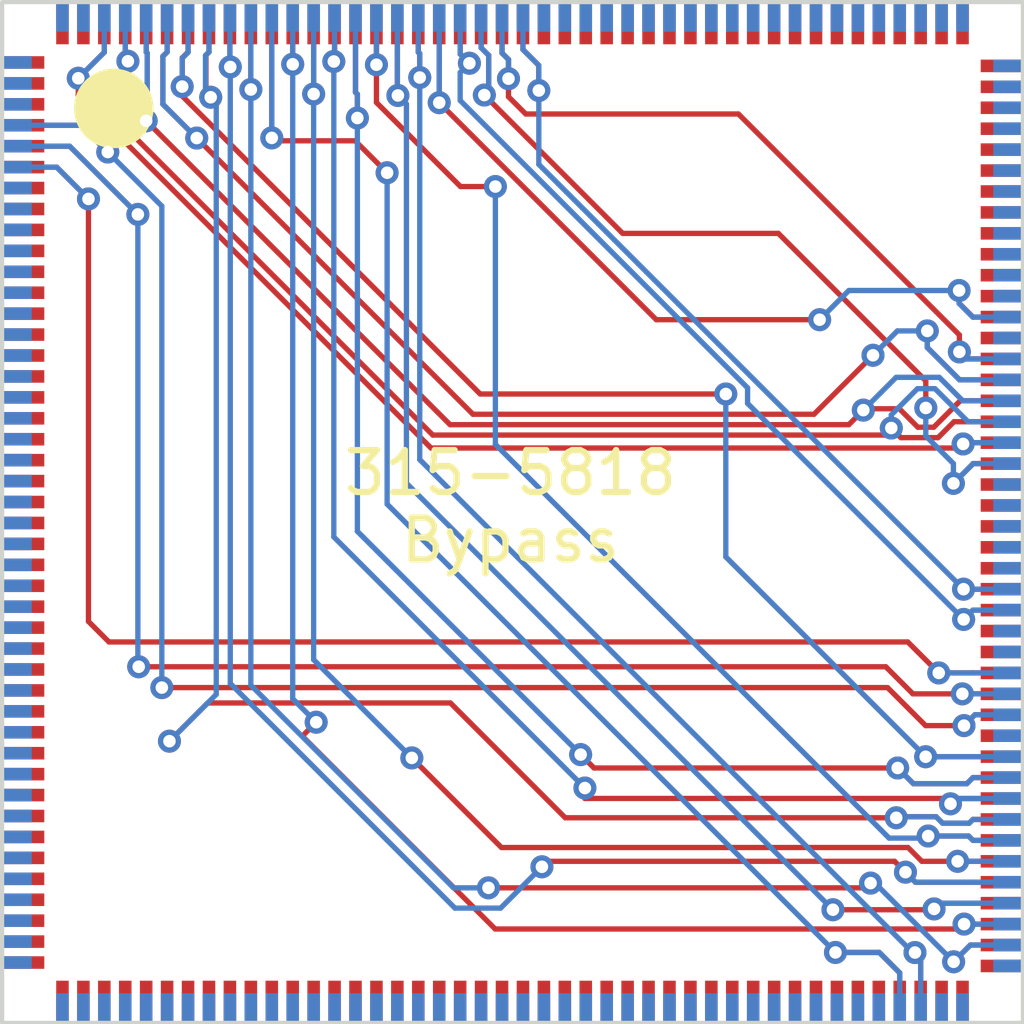
<source format=kicad_pcb>
(kicad_pcb (version 20241229) (generator "pcbnew") (generator_version "9.0")
  (layers (0 "F.Cu" signal) (2 "B.Cu" signal) (13 "F.Paste" user) (15 "B.Paste" user) (5 "F.SilkS" user "F.Silkscreen") (7 "B.SilkS" user "B.Silkscreen") (1 "F.Mask" user) (3 "B.Mask" user) (25 "Edge.Cuts" user))
  (net 0 "")
  (net 2 "VA19")
  (net 3 "VA20")
  (net 4 "VA21")
  (net 15 "VD7")
  (net 16 "VD0")
  (net 17 "VD8")
  (net 18 "VD6")
  (net 19 "VD1")
  (net 20 "VD9")
  (net 21 "VD5")
  (net 22 "VD2")
  (net 23 "VD10")
  (net 24 "VD4")
  (net 25 "VD3")
  (net 26 "VD11")
  (net 28 "~{CCAS0}")
  (net 29 "~{CCE0}")
  (net 32 "~{CCAS2}")
  (net 33 "VD15")
  (net 34 "VD14")
  (net 35 "VD13")
  (net 36 "VD12")
  (net 37 "~{CASEL}")
  (net 38 "~{CLWR}")
  (footprint "32xLibs:315-5818" (layer "F.Cu") (at 137.1288 88.9504)
    (property "Reference" "IC1" (hide yes))
    (property "Value" "315-5818" (hide yes))
    (fp_rect (start -12.192 -12.192) (end 12.192 12.192) (stroke (width 0.1)) (fill no) (layer "Edge.Cuts"))
  )
  (gr_text "315-5818\nBypass" (at 137.08 90.2 0) (layer "F.SilkS") (effects (font (size 1 1)) (justify bottom)))
  (segment (start 125.4448 79.7004) (end 126.13 79.7004) (width 0.127) (layer "F.Cu") (net 2))
  (segment (start 146.9962 94.041) (end 147.9141 94.041) (width 0.127) (layer "F.Cu") (net 2))
  (segment (start 146.0882 93.133) (end 146.9962 94.041) (width 0.127) (layer "F.Cu") (net 2))
  (segment (start 148.1727 93.7824) (end 147.9141 94.041) (width 0.127) (layer "F.Cu") (net 2))
  (segment (start 127.4609 80.3401) (end 126.8212 79.7004) (width 0.127) (layer "F.Cu") (net 2))
  (segment (start 126.8212 79.7004) (end 126.13 79.7004) (width 0.127) (layer "F.Cu") (net 2))
  (segment (start 148.8128 93.7824) (end 148.1727 93.7824) (width 0.127) (layer "F.Cu") (net 2))
  (segment (start 128.7524 93.133) (end 146.0882 93.133) (width 0.127) (layer "F.Cu") (net 2))
  (via (at 147.9141 94.041) (size 0.55) (drill 0.3) (layers "F.Cu" "B.Cu") (net 2))
  (via (at 127.4609 80.3401) (size 0.55) (drill 0.3) (layers "F.Cu" "B.Cu") (net 2))
  (via (at 128.7524 93.133) (size 0.55) (drill 0.3) (layers "F.Cu" "B.Cu") (net 2))
  (segment (start 126.8212 79.7004) (end 126.13 79.7004) (width 0.127) (layer "B.Cu") (net 2))
  (segment (start 125.4448 79.7004) (end 126.13 79.7004) (width 0.127) (layer "B.Cu") (net 2))
  (segment (start 148.8128 93.7824) (end 148.1727 93.7824) (width 0.127) (layer "B.Cu") (net 2))
  (segment (start 148.1727 93.7824) (end 147.9141 94.041) (width 0.127) (layer "B.Cu") (net 2))
  (segment (start 127.4609 80.3401) (end 128.7524 81.6316) (width 0.127) (layer "B.Cu") (net 2))
  (segment (start 128.7524 81.6316) (end 128.7524 93.133) (width 0.127) (layer "B.Cu") (net 2))
  (segment (start 127.4609 80.3401) (end 126.8212 79.7004) (width 0.127) (layer "B.Cu") (net 2))
  (segment (start 126.13 80.2004) (end 125.4448 80.2004) (width 0.127) (layer "F.Cu") (net 3))
  (segment (start 126.5504 80.2004) (end 126.13 80.2004) (width 0.127) (layer "F.Cu") (net 3))
  (segment (start 128.18 81.83) (end 126.5504 80.2004) (width 0.127) (layer "F.Cu") (net 3))
  (segment (start 146.0459 92.6353) (end 146.693 93.2824) (width 0.127) (layer "F.Cu") (net 3))
  (segment (start 128.2 92.6353) (end 146.0459 92.6353) (width 0.127) (layer "F.Cu") (net 3))
  (segment (start 146.693 93.2824) (end 147.8739 93.2824) (width 0.127) (layer "F.Cu") (net 3))
  (segment (start 148.8128 93.2824) (end 147.8739 93.2824) (width 0.127) (layer "F.Cu") (net 3))
  (via (at 128.2 92.6353) (size 0.55) (drill 0.3) (layers "F.Cu" "B.Cu") (net 3))
  (via (at 147.8739 93.2824) (size 0.55) (drill 0.3) (layers "F.Cu" "B.Cu") (net 3))
  (via (at 128.18 81.83) (size 0.55) (drill 0.3) (layers "F.Cu" "B.Cu") (net 3))
  (segment (start 128.18 81.83) (end 128.18 92.6153) (width 0.127) (layer "B.Cu") (net 3))
  (segment (start 128.18 92.6153) (end 128.2 92.6353) (width 0.127) (layer "B.Cu") (net 3))
  (segment (start 126.5504 80.2004) (end 128.18 81.83) (width 0.127) (layer "B.Cu") (net 3))
  (segment (start 125.4448 80.2004) (end 126.5504 80.2004) (width 0.127) (layer "B.Cu") (net 3))
  (segment (start 148.8128 93.2824) (end 147.8739 93.2824) (width 0.127) (layer "B.Cu") (net 3))
  (segment (start 127 81.46) (end 127 91.5529) (width 0.127) (layer "F.Cu") (net 4))
  (segment (start 126.2404 80.7004) (end 127 81.46) (width 0.127) (layer "F.Cu") (net 4))
  (segment (start 125.4448 80.7004) (end 126.2404 80.7004) (width 0.127) (layer "F.Cu") (net 4))
  (segment (start 146.5712 92.0429) (end 127.49 92.0429) (width 0.127) (layer "F.Cu") (net 4))
  (segment (start 148.8128 92.7824) (end 148.1276 92.7824) (width 0.127) (layer "F.Cu") (net 4))
  (segment (start 127 91.5529) (end 127.49 92.0429) (width 0.127) (layer "F.Cu") (net 4))
  (segment (start 148.1276 92.7824) (end 147.3107 92.7824) (width 0.127) (layer "F.Cu") (net 4))
  (segment (start 147.3107 92.7824) (end 146.5712 92.0429) (width 0.127) (layer "F.Cu") (net 4))
  (via (at 147.3107 92.7824) (size 0.55) (drill 0.3) (layers "F.Cu" "B.Cu") (net 4))
  (via (at 127 81.46) (size 0.55) (drill 0.3) (layers "F.Cu" "B.Cu") (net 4))
  (segment (start 148.8128 92.7824) (end 147.3107 92.7824) (width 0.127) (layer "B.Cu") (net 4))
  (segment (start 126.2404 80.7004) (end 127 81.46) (width 0.127) (layer "B.Cu") (net 4))
  (segment (start 125.4448 80.7004) (end 126.2404 80.7004) (width 0.127) (layer "B.Cu") (net 4))
  (segment (start 133.371 80.0718) (end 134.1339 80.8347) (width 0.127) (layer "F.Cu") (net 15))
  (segment (start 131.4484 80.0718) (end 133.371 80.0718) (width 0.127) (layer "F.Cu") (net 15))
  (segment (start 131.3788 77.2664) (end 131.3788 80.0022) (width 0.127) (layer "F.Cu") (net 15))
  (segment (start 131.3788 80.0022) (end 131.4484 80.0718) (width 0.127) (layer "F.Cu") (net 15))
  (segment (start 145.8892 99.4596) (end 146.3788 99.9492) (width 0.127) (layer "F.Cu") (net 15))
  (segment (start 144.8435 99.4596) (end 145.8892 99.4596) (width 0.127) (layer "F.Cu") (net 15))
  (segment (start 146.3788 99.9492) (end 146.3788 100.6344) (width 0.127) (layer "F.Cu") (net 15))
  (via (at 144.8435 99.4596) (size 0.55) (drill 0.3) (layers "F.Cu" "B.Cu") (net 15))
  (via (at 134.1339 80.8347) (size 0.55) (drill 0.3) (layers "F.Cu" "B.Cu") (net 15))
  (via (at 131.3788 80.0022) (size 0.55) (drill 0.3) (layers "F.Cu" "B.Cu") (net 15))
  (segment (start 131.3788 77.2664) (end 131.3788 80.0022) (width 0.127) (layer "B.Cu") (net 15))
  (segment (start 146.3788 100.6344) (end 146.3788 99.9476) (width 0.127) (layer "B.Cu") (net 15))
  (segment (start 134.1339 80.8347) (end 134.1339 88.75) (width 0.127) (layer "B.Cu") (net 15))
  (segment (start 145.8908 99.4596) (end 144.8435 99.4596) (width 0.127) (layer "B.Cu") (net 15))
  (segment (start 146.3788 99.9476) (end 145.8908 99.4596) (width 0.127) (layer "B.Cu") (net 15))
  (segment (start 134.1339 88.75) (end 144.8435 99.4596) (width 0.127) (layer "B.Cu") (net 15))
  (segment (start 146.8788 99.5974) (end 146.7429 99.4615) (width 0.127) (layer "F.Cu") (net 16))
  (segment (start 134.9134 78.5605) (end 134.9134 77.992) (width 0.127) (layer "F.Cu") (net 16))
  (segment (start 134.8788 77.9574) (end 134.8788 77.2664) (width 0.127) (layer "F.Cu") (net 16))
  (segment (start 134.9134 77.992) (end 134.8788 77.9574) (width 0.127) (layer "F.Cu") (net 16))
  (segment (start 146.8788 100.6344) (end 146.8788 99.5974) (width 0.127) (layer "F.Cu") (net 16))
  (via (at 146.7429 99.4615) (size 0.55) (drill 0.3) (layers "F.Cu" "B.Cu") (net 16))
  (via (at 134.9134 78.5605) (size 0.55) (drill 0.3) (layers "F.Cu" "B.Cu") (net 16))
  (segment (start 134.8788 77.2664) (end 134.8788 77.9516) (width 0.127) (layer "B.Cu") (net 16))
  (segment (start 146.6878 99.4615) (end 134.9134 87.6871) (width 0.127) (layer "B.Cu") (net 16))
  (segment (start 146.8788 100.6344) (end 146.8788 99.5974) (width 0.127) (layer "B.Cu") (net 16))
  (segment (start 146.7429 99.4615) (end 146.6878 99.4615) (width 0.127) (layer "B.Cu") (net 16))
  (segment (start 134.8788 77.9516) (end 134.9134 77.9862) (width 0.127) (layer "B.Cu") (net 16))
  (segment (start 134.9134 77.9862) (end 134.9134 78.5605) (width 0.127) (layer "B.Cu") (net 16))
  (segment (start 146.8788 99.5974) (end 146.7429 99.4615) (width 0.127) (layer "B.Cu") (net 16))
  (segment (start 134.9134 87.6871) (end 134.9134 78.5605) (width 0.127) (layer "B.Cu") (net 16))
  (segment (start 130.8788 77.2664) (end 130.8788 78.8465) (width 0.127) (layer "F.Cu") (net 17))
  (segment (start 148.066 99.2824) (end 148.8128 99.2824) (width 0.127) (layer "F.Cu") (net 17))
  (segment (start 136.5548 97.916) (end 145.5695 97.916) (width 0.127) (layer "F.Cu") (net 17))
  (segment (start 145.5695 97.916) (end 145.6821 97.8034) (width 0.127) (layer "F.Cu") (net 17))
  (segment (start 147.666 99.6824) (end 148.066 99.2824) (width 0.127) (layer "F.Cu") (net 17))
  (via (at 130.8788 78.8465) (size 0.55) (drill 0.3) (layers "F.Cu" "B.Cu") (net 17))
  (via (at 147.666 99.6824) (size 0.55) (drill 0.3) (layers "F.Cu" "B.Cu") (net 17))
  (via (at 145.6821 97.8034) (size 0.55) (drill 0.3) (layers "F.Cu" "B.Cu") (net 17))
  (via (at 136.5548 97.916) (size 0.55) (drill 0.3) (layers "F.Cu" "B.Cu") (net 17))
  (segment (start 147.666 99.6824) (end 148.066 99.2824) (width 0.127) (layer "B.Cu") (net 17))
  (segment (start 130.8788 77.2664) (end 130.8788 78.8465) (width 0.127) (layer "B.Cu") (net 17))
  (segment (start 145.787 97.8034) (end 147.666 99.6824) (width 0.127) (layer "B.Cu") (net 17))
  (segment (start 145.6821 97.8034) (end 145.787 97.8034) (width 0.127) (layer "B.Cu") (net 17))
  (segment (start 148.066 99.2824) (end 148.8128 99.2824) (width 0.127) (layer "B.Cu") (net 17))
  (segment (start 130.8788 93.076) (end 130.8788 78.8465) (width 0.127) (layer "B.Cu") (net 17))
  (segment (start 135.7188 97.916) (end 130.8788 93.076) (width 0.127) (layer "B.Cu") (net 17))
  (segment (start 136.5548 97.916) (end 135.7188 97.916) (width 0.127) (layer "B.Cu") (net 17))
  (segment (start 147.7992 98.8992) (end 147.916 98.7824) (width 0.127) (layer "F.Cu") (net 18))
  (segment (start 132.1081 94.2919) (end 132.4398 93.9602) (width 0.127) (layer "F.Cu") (net 18))
  (segment (start 131.8788 77.2664) (end 131.8788 78.2434) (width 0.127) (layer "F.Cu") (net 18))
  (segment (start 148.8128 98.7824) (end 147.916 98.7824) (width 0.127) (layer "F.Cu") (net 18))
  (segment (start 136.7154 98.8992) (end 147.7992 98.8992) (width 0.127) (layer "F.Cu") (net 18))
  (segment (start 132.1081 94.2919) (end 136.7154 98.8992) (width 0.127) (layer "F.Cu") (net 18))
  (via (at 131.8788 78.2434) (size 0.55) (drill 0.3) (layers "F.Cu" "B.Cu") (net 18))
  (via (at 147.916 98.7824) (size 0.55) (drill 0.3) (layers "F.Cu" "B.Cu") (net 18))
  (via (at 132.4398 93.9602) (size 0.55) (drill 0.3) (layers "F.Cu" "B.Cu") (net 18))
  (segment (start 131.8788 93.3992) (end 131.8788 78.2434) (width 0.127) (layer "B.Cu") (net 18))
  (segment (start 132.4398 93.9602) (end 131.8788 93.3992) (width 0.127) (layer "B.Cu") (net 18))
  (segment (start 147.916 98.7824) (end 148.8128 98.7824) (width 0.127) (layer "B.Cu") (net 18))
  (segment (start 131.8788 78.2434) (end 131.8788 77.2664) (width 0.127) (layer "B.Cu") (net 18))
  (segment (start 147.1991 98.4195) (end 147.3362 98.2824) (width 0.127) (layer "F.Cu") (net 19))
  (segment (start 134.3788 78.9762) (end 134.3915 78.9889) (width 0.127) (layer "F.Cu") (net 19))
  (segment (start 147.1796 98.439) (end 144.7831 98.439) (width 0.127) (layer "F.Cu") (net 19))
  (segment (start 134.3788 77.2664) (end 134.3788 77.9516) (width 0.127) (layer "F.Cu") (net 19))
  (segment (start 134.3788 77.9516) (end 134.3788 78.9762) (width 0.127) (layer "F.Cu") (net 19))
  (segment (start 147.1991 98.4195) (end 147.1796 98.439) (width 0.127) (layer "F.Cu") (net 19))
  (segment (start 147.3362 98.2824) (end 148.8128 98.2824) (width 0.127) (layer "F.Cu") (net 19))
  (via (at 134.3915 78.9889) (size 0.55) (drill 0.3) (layers "F.Cu" "B.Cu") (net 19))
  (via (at 144.7831 98.439) (size 0.55) (drill 0.3) (layers "F.Cu" "B.Cu") (net 19))
  (via (at 147.1991 98.4195) (size 0.55) (drill 0.3) (layers "F.Cu" "B.Cu") (net 19))
  (segment (start 134.3788 78.9762) (end 134.3915 78.9889) (width 0.127) (layer "B.Cu") (net 19))
  (segment (start 147.3362 98.2824) (end 148.1276 98.2824) (width 0.127) (layer "B.Cu") (net 19))
  (segment (start 148.8128 98.2824) (end 148.1276 98.2824) (width 0.127) (layer "B.Cu") (net 19))
  (segment (start 147.1991 98.4195) (end 147.3362 98.2824) (width 0.127) (layer "B.Cu") (net 19))
  (segment (start 134.5949 88.2508) (end 134.5949 79.1923) (width 0.127) (layer "B.Cu") (net 19))
  (segment (start 134.5949 79.1923) (end 134.3915 78.9889) (width 0.127) (layer "B.Cu") (net 19))
  (segment (start 134.3788 77.2664) (end 134.3788 78.9762) (width 0.127) (layer "B.Cu") (net 19))
  (segment (start 144.7831 98.439) (end 134.5949 88.2508) (width 0.127) (layer "B.Cu") (net 19))
  (segment (start 146.5155 97.5421) (end 146.2558 97.2824) (width 0.127) (layer "F.Cu") (net 20))
  (segment (start 137.9624 97.2824) (end 137.8315 97.4133) (width 0.127) (layer "F.Cu") (net 20))
  (segment (start 146.2558 97.2824) (end 137.9624 97.2824) (width 0.127) (layer "F.Cu") (net 20))
  (segment (start 130.3788 78.2322) (end 130.3788 77.2664) (width 0.127) (layer "F.Cu") (net 20))
  (segment (start 146.5155 97.5421) (end 146.7558 97.7824) (width 0.127) (layer "F.Cu") (net 20))
  (segment (start 146.7558 97.7824) (end 148.8128 97.7824) (width 0.127) (layer "F.Cu") (net 20))
  (via (at 130.3875 78.3082) (size 0.55) (drill 0.3) (layers "F.Cu" "B.Cu") (net 20))
  (via (at 146.5155 97.5421) (size 0.55) (drill 0.3) (layers "F.Cu" "B.Cu") (net 20))
  (via (at 137.8315 97.4133) (size 0.55) (drill 0.3) (layers "F.Cu" "B.Cu") (net 20))
  (segment (start 136.8444 98.4004) (end 137.8315 97.4133) (width 0.127) (layer "B.Cu") (net 20))
  (segment (start 130.3875 78.3082) (end 130.3875 93.0341) (width 0.127) (layer "B.Cu") (net 20))
  (segment (start 130.3875 93.0341) (end 135.7538 98.4004) (width 0.127) (layer "B.Cu") (net 20))
  (segment (start 146.7558 97.7824) (end 146.5155 97.5421) (width 0.127) (layer "B.Cu") (net 20))
  (segment (start 148.8128 97.7824) (end 146.7558 97.7824) (width 0.127) (layer "B.Cu") (net 20))
  (segment (start 130.3788 78.2995) (end 130.3788 77.2664) (width 0.127) (layer "B.Cu") (net 20))
  (segment (start 135.7538 98.4004) (end 136.8444 98.4004) (width 0.127) (layer "B.Cu") (net 20))
  (segment (start 146.5774 96.9531) (end 136.8649 96.9531) (width 0.127) (layer "F.Cu") (net 21))
  (segment (start 132.3788 78.9538) (end 132.3788 77.9516) (width 0.127) (layer "F.Cu") (net 21))
  (segment (start 136.8649 96.9531) (end 134.7241 94.8123) (width 0.127) (layer "F.Cu") (net 21))
  (segment (start 147.7614 97.2824) (end 146.9067 97.2824) (width 0.127) (layer "F.Cu") (net 21))
  (segment (start 148.1276 97.2824) (end 147.7614 97.2824) (width 0.127) (layer "F.Cu") (net 21))
  (segment (start 146.9067 97.2824) (end 146.5774 96.9531) (width 0.127) (layer "F.Cu") (net 21))
  (segment (start 148.8128 97.2824) (end 148.1276 97.2824) (width 0.127) (layer "F.Cu") (net 21))
  (segment (start 132.3788 77.2664) (end 132.3788 77.9516) (width 0.127) (layer "F.Cu") (net 21))
  (via (at 147.7614 97.2824) (size 0.55) (drill 0.3) (layers "F.Cu" "B.Cu") (net 21))
  (via (at 134.7241 94.8123) (size 0.55) (drill 0.3) (layers "F.Cu" "B.Cu") (net 21))
  (via (at 132.3788 78.9538) (size 0.55) (drill 0.3) (layers "F.Cu" "B.Cu") (net 21))
  (segment (start 148.8128 97.2824) (end 148.1276 97.2824) (width 0.127) (layer "B.Cu") (net 21))
  (segment (start 132.3788 77.2664) (end 132.3788 78.9538) (width 0.127) (layer "B.Cu") (net 21))
  (segment (start 132.3788 78.9538) (end 132.3788 92.467) (width 0.127) (layer "B.Cu") (net 21))
  (segment (start 148.1276 97.2824) (end 147.7614 97.2824) (width 0.127) (layer "B.Cu") (net 21))
  (segment (start 132.3788 92.467) (end 134.7241 94.8123) (width 0.127) (layer "B.Cu") (net 21))
  (segment (start 136.7198 81.1644) (end 135.8867 81.1644) (width 0.127) (layer "F.Cu") (net 22))
  (segment (start 135.8867 81.1644) (end 133.8788 79.1565) (width 0.127) (layer "F.Cu") (net 22))
  (segment (start 148.0237 96.6785) (end 147.0583 96.6785) (width 0.127) (layer "F.Cu") (net 22))
  (segment (start 148.1276 96.7824) (end 148.0237 96.6785) (width 0.127) (layer "F.Cu") (net 22))
  (segment (start 147.0583 96.6785) (end 147.0583 96.6784) (width 0.127) (layer "F.Cu") (net 22))
  (segment (start 133.8788 79.1565) (end 133.8788 78.2545) (width 0.127) (layer "F.Cu") (net 22))
  (segment (start 133.8788 77.2664) (end 133.8788 78.2545) (width 0.127) (layer "F.Cu") (net 22))
  (segment (start 148.8128 96.7824) (end 148.1276 96.7824) (width 0.127) (layer "F.Cu") (net 22))
  (via (at 147.0583 96.6784) (size 0.55) (drill 0.3) (layers "F.Cu" "B.Cu") (net 22))
  (via (at 136.7198 81.1644) (size 0.55) (drill 0.3) (layers "F.Cu" "B.Cu") (net 22))
  (via (at 133.8788 78.2545) (size 0.55) (drill 0.3) (layers "F.Cu" "B.Cu") (net 22))
  (segment (start 133.8788 77.2664) (end 133.8788 78.2545) (width 0.127) (layer "B.Cu") (net 22))
  (segment (start 146.1251 96.7284) (end 136.7198 87.3231) (width 0.127) (layer "B.Cu") (net 22))
  (segment (start 147.0083 96.7284) (end 146.1251 96.7284) (width 0.127) (layer "B.Cu") (net 22))
  (segment (start 148.1276 96.7824) (end 148.0236 96.6784) (width 0.127) (layer "B.Cu") (net 22))
  (segment (start 147.0583 96.6784) (end 147.0083 96.7284) (width 0.127) (layer "B.Cu") (net 22))
  (segment (start 136.7198 87.3231) (end 136.7198 81.1644) (width 0.127) (layer "B.Cu") (net 22))
  (segment (start 148.0236 96.6784) (end 147.0583 96.6784) (width 0.127) (layer "B.Cu") (net 22))
  (segment (start 148.8128 96.7824) (end 148.1276 96.7824) (width 0.127) (layer "B.Cu") (net 22))
  (segment (start 147.4015 96.3707) (end 147.249 96.2182) (width 0.127) (layer "F.Cu") (net 23))
  (segment (start 129.8474 93.5) (end 128.9344 94.413) (width 0.127) (layer "F.Cu") (net 23))
  (segment (start 148.8128 96.2824) (end 148.1276 96.2824) (width 0.127) (layer "F.Cu") (net 23))
  (segment (start 148.0393 96.3707) (end 147.4015 96.3707) (width 0.127) (layer "F.Cu") (net 23))
  (segment (start 146.3215 96.2182) (end 146.2956 96.2441) (width 0.127) (layer "F.Cu") (net 23))
  (segment (start 129.8788 77.9516) (end 129.8066 78.0238) (width 0.127) (layer "F.Cu") (net 23))
  (segment (start 129.8066 78.9181) (end 129.9199 79.0314) (width 0.127) (layer "F.Cu") (net 23))
  (segment (start 135.6466 93.5) (end 129.8474 93.5) (width 0.127) (layer "F.Cu") (net 23))
  (segment (start 147.249 96.2182) (end 146.3215 96.2182) (width 0.127) (layer "F.Cu") (net 23))
  (segment (start 129.8066 78.0238) (end 129.8066 78.9181) (width 0.127) (layer "F.Cu") (net 23))
  (segment (start 146.2956 96.2425) (end 138.3891 96.2425) (width 0.127) (layer "F.Cu") (net 23))
  (segment (start 146.2956 96.2441) (end 146.2956 96.2425) (width 0.127) (layer "F.Cu") (net 23))
  (segment (start 148.1276 96.2824) (end 148.0393 96.3707) (width 0.127) (layer "F.Cu") (net 23))
  (segment (start 129.8788 77.2664) (end 129.8788 77.9516) (width 0.127) (layer "F.Cu") (net 23))
  (segment (start 138.3891 96.2425) (end 135.6466 93.5) (width 0.127) (layer "F.Cu") (net 23))
  (via (at 129.9199 79.0314) (size 0.55) (drill 0.3) (layers "F.Cu" "B.Cu") (net 23))
  (via (at 146.2956 96.2425) (size 0.55) (drill 0.3) (layers "F.Cu" "B.Cu") (net 23))
  (via (at 128.9344 94.413) (size 0.55) (drill 0.3) (layers "F.Cu" "B.Cu") (net 23))
  (segment (start 129.7956 78.9071) (end 129.7956 78.0348) (width 0.127) (layer "B.Cu") (net 23))
  (segment (start 129.7956 78.0348) (end 129.8788 77.9516) (width 0.127) (layer "B.Cu") (net 23))
  (segment (start 148.0393 96.3707) (end 147.4015 96.3707) (width 0.127) (layer "B.Cu") (net 23))
  (segment (start 147.249 96.2182) (end 146.3215 96.2182) (width 0.127) (layer "B.Cu") (net 23))
  (segment (start 148.1276 96.2824) (end 148.0393 96.3707) (width 0.127) (layer "B.Cu") (net 23))
  (segment (start 130.0523 79.1638) (end 130.0523 93.2951) (width 0.127) (layer "B.Cu") (net 23))
  (segment (start 148.8128 96.2824) (end 148.1276 96.2824) (width 0.127) (layer "B.Cu") (net 23))
  (segment (start 129.9199 79.0314) (end 130.0523 79.1638) (width 0.127) (layer "B.Cu") (net 23))
  (segment (start 129.8788 77.2664) (end 129.8788 77.9516) (width 0.127) (layer "B.Cu") (net 23))
  (segment (start 146.2956 96.2441) (end 146.2956 96.2425) (width 0.127) (layer "B.Cu") (net 23))
  (segment (start 129.9199 79.0314) (end 129.7956 78.9071) (width 0.127) (layer "B.Cu") (net 23))
  (segment (start 146.3215 96.2182) (end 146.2956 96.2441) (width 0.127) (layer "B.Cu") (net 23))
  (segment (start 130.0523 93.2951) (end 128.9344 94.413) (width 0.127) (layer "B.Cu") (net 23))
  (segment (start 147.4015 96.3707) (end 147.249 96.2182) (width 0.127) (layer "B.Cu") (net 23))
  (segment (start 138.8584 95.5324) (end 138.8584 95.7809) (width 0.127) (layer "F.Cu") (net 24))
  (segment (start 148.8128 95.7824) (end 148.1276 95.7824) (width 0.127) (layer "F.Cu") (net 24))
  (segment (start 148.1276 95.7824) (end 147.591 95.7824) (width 0.127) (layer "F.Cu") (net 24))
  (segment (start 147.5895 95.7809) (end 138.8584 95.7809) (width 0.127) (layer "F.Cu") (net 24))
  (segment (start 138.8584 95.7809) (end 138.8584 95.5324) (width 0.127) (layer "F.Cu") (net 24))
  (segment (start 132.8788 78.1591) (end 132.8607 78.1772) (width 0.127) (layer "F.Cu") (net 24))
  (segment (start 132.8788 77.2664) (end 132.8788 78.1591) (width 0.127) (layer "F.Cu") (net 24))
  (segment (start 147.591 95.7824) (end 147.5895 95.7809) (width 0.127) (layer "F.Cu") (net 24))
  (segment (start 147.591 95.7824) (end 147.591 95.9091) (width 0.127) (layer "F.Cu") (net 24))
  (via (at 132.8607 78.1772) (size 0.55) (drill 0.3) (layers "F.Cu" "B.Cu") (net 24))
  (via (at 138.8584 95.5324) (size 0.55) (drill 0.3) (layers "F.Cu" "B.Cu") (net 24))
  (via (at 147.591 95.9091) (size 0.55) (drill 0.3) (layers "F.Cu" "B.Cu") (net 24))
  (segment (start 132.8788 77.9516) (end 132.8607 77.9697) (width 0.127) (layer "B.Cu") (net 24))
  (segment (start 132.8607 89.5347) (end 132.8607 78.1772) (width 0.127) (layer "B.Cu") (net 24))
  (segment (start 147.7177 95.7824) (end 148.8128 95.7824) (width 0.127) (layer "B.Cu") (net 24))
  (segment (start 132.8788 77.2664) (end 132.8788 77.9516) (width 0.127) (layer "B.Cu") (net 24))
  (segment (start 147.591 95.9091) (end 147.7177 95.7824) (width 0.127) (layer "B.Cu") (net 24))
  (segment (start 138.8584 95.5324) (end 132.8607 89.5347) (width 0.127) (layer "B.Cu") (net 24))
  (segment (start 132.8607 77.9697) (end 132.8607 78.1772) (width 0.127) (layer "B.Cu") (net 24))
  (segment (start 148.1276 95.2824) (end 148.8128 95.2824) (width 0.127) (layer "F.Cu") (net 25))
  (segment (start 139.0765 95.0533) (end 146.3294 95.0533) (width 0.127) (layer "F.Cu") (net 25))
  (segment (start 146.3294 95.0533) (end 146.7039 95.4278) (width 0.127) (layer "F.Cu") (net 25))
  (segment (start 138.7566 94.7334) (end 139.0765 95.0533) (width 0.127) (layer "F.Cu") (net 25))
  (segment (start 133.4236 78.9593) (end 133.3788 78.9145) (width 0.127) (layer "F.Cu") (net 25))
  (segment (start 146.7039 95.4278) (end 147.9822 95.4278) (width 0.127) (layer "F.Cu") (net 25))
  (segment (start 147.9822 95.4278) (end 148.1276 95.2824) (width 0.127) (layer "F.Cu") (net 25))
  (segment (start 133.3788 78.9145) (end 133.3788 77.2664) (width 0.127) (layer "F.Cu") (net 25))
  (segment (start 133.4236 79.5274) (end 133.4236 78.9593) (width 0.127) (layer "F.Cu") (net 25))
  (via (at 133.4236 79.5274) (size 0.55) (drill 0.3) (layers "F.Cu" "B.Cu") (net 25))
  (via (at 138.7566 94.7334) (size 0.55) (drill 0.3) (layers "F.Cu" "B.Cu") (net 25))
  (via (at 146.3294 95.0533) (size 0.55) (drill 0.3) (layers "F.Cu" "B.Cu") (net 25))
  (segment (start 148.1276 95.2824) (end 147.9822 95.4278) (width 0.127) (layer "B.Cu") (net 25))
  (segment (start 133.4236 89.4004) (end 138.7566 94.7334) (width 0.127) (layer "B.Cu") (net 25))
  (segment (start 133.4236 79.5274) (end 133.4236 89.4004) (width 0.127) (layer "B.Cu") (net 25))
  (segment (start 148.8128 95.2824) (end 148.1276 95.2824) (width 0.127) (layer "B.Cu") (net 25))
  (segment (start 146.7039 95.4278) (end 146.3294 95.0533) (width 0.127) (layer "B.Cu") (net 25))
  (segment (start 133.4236 79.5274) (end 133.4236 78.9593) (width 0.127) (layer "B.Cu") (net 25))
  (segment (start 133.4236 78.9593) (end 133.3788 78.9145) (width 0.127) (layer "B.Cu") (net 25))
  (segment (start 133.3788 78.9145) (end 133.3788 77.2664) (width 0.127) (layer "B.Cu") (net 25))
  (segment (start 147.9822 95.4278) (end 146.7039 95.4278) (width 0.127) (layer "B.Cu") (net 25))
  (segment (start 129.2392 78.0912) (end 129.3788 77.9516) (width 0.127) (layer "F.Cu") (net 26))
  (segment (start 129.2392 79.002) (end 136.3571 86.1199) (width 0.127) (layer "F.Cu") (net 26))
  (segment (start 147.0002 94.7824) (end 148.8128 94.7824) (width 0.127) (layer "F.Cu") (net 26))
  (segment (start 129.3788 77.2664) (end 129.3788 77.9516) (width 0.127) (layer "F.Cu") (net 26))
  (segment (start 146.9979 94.7847) (end 147.0002 94.7824) (width 0.127) (layer "F.Cu") (net 26))
  (segment (start 129.2392 78.7767) (end 129.2392 79.002) (width 0.127) (layer "F.Cu") (net 26))
  (segment (start 129.2392 78.7767) (end 129.2392 78.0912) (width 0.127) (layer "F.Cu") (net 26))
  (segment (start 136.3571 86.1199) (end 142.224 86.1199) (width 0.127) (layer "F.Cu") (net 26))
  (via (at 146.9979 94.7847) (size 0.55) (drill 0.3) (layers "F.Cu" "B.Cu") (net 26))
  (via (at 129.2392 78.7767) (size 0.55) (drill 0.3) (layers "F.Cu" "B.Cu") (net 26))
  (via (at 142.224 86.1199) (size 0.55) (drill 0.3) (layers "F.Cu" "B.Cu") (net 26))
  (segment (start 142.224 90.0108) (end 142.224 86.1199) (width 0.127) (layer "B.Cu") (net 26))
  (segment (start 146.9979 94.7847) (end 142.224 90.0108) (width 0.127) (layer "B.Cu") (net 26))
  (segment (start 147.3283 94.7847) (end 147.3306 94.7824) (width 0.127) (layer "B.Cu") (net 26))
  (segment (start 129.3788 77.2664) (end 129.3788 77.9614) (width 0.127) (layer "B.Cu") (net 26))
  (segment (start 146.9979 94.7847) (end 147.3283 94.7847) (width 0.127) (layer "B.Cu") (net 26))
  (segment (start 129.3788 77.9614) (end 129.2392 78.101) (width 0.127) (layer "B.Cu") (net 26))
  (segment (start 129.2392 78.101) (end 129.2392 78.7767) (width 0.127) (layer "B.Cu") (net 26))
  (segment (start 147.3306 94.7824) (end 148.8128 94.7824) (width 0.127) (layer "B.Cu") (net 26))
  (segment (start 135.8788 77.9986) (end 136.0996 78.2194) (width 0.127) (layer "F.Cu") (net 28))
  (segment (start 148.1276 91.2824) (end 147.9052 91.5048) (width 0.127) (layer "F.Cu") (net 28))
  (segment (start 148.8128 91.2824) (end 148.1276 91.2824) (width 0.127) (layer "F.Cu") (net 28))
  (segment (start 135.8788 77.2664) (end 135.8788 77.9986) (width 0.127) (layer "F.Cu") (net 28))
  (via (at 147.9052 91.5048) (size 0.55) (drill 0.3) (layers "F.Cu" "B.Cu") (net 28))
  (via (at 136.0996 78.2194) (size 0.55) (drill 0.3) (layers "F.Cu" "B.Cu") (net 28))
  (segment (start 148.1276 91.2824) (end 147.9052 91.5048) (width 0.127) (layer "B.Cu") (net 28))
  (segment (start 135.8788 79.1084) (end 135.8788 78.4402) (width 0.127) (layer "B.Cu") (net 28))
  (segment (start 135.8788 77.9986) (end 136.0996 78.2194) (width 0.127) (layer "B.Cu") (net 28))
  (segment (start 135.8788 77.2664) (end 135.8788 77.9986) (width 0.127) (layer "B.Cu") (net 28))
  (segment (start 148.8128 91.2824) (end 148.1276 91.2824) (width 0.127) (layer "B.Cu") (net 28))
  (segment (start 147.9052 91.5048) (end 142.744 86.3436) (width 0.127) (layer "B.Cu") (net 28))
  (segment (start 142.744 85.9736) (end 135.8788 79.1084) (width 0.127) (layer "B.Cu") (net 28))
  (segment (start 135.8788 78.4402) (end 136.0996 78.2194) (width 0.127) (layer "B.Cu") (net 28))
  (segment (start 142.744 86.3436) (end 142.744 85.9736) (width 0.127) (layer "B.Cu") (net 28))
  (segment (start 137.3788 77.892) (end 137.3788 77.2664) (width 0.127) (layer "F.Cu") (net 29))
  (segment (start 137.7575 78.2707) (end 137.3788 77.892) (width 0.127) (layer "F.Cu") (net 29))
  (segment (start 148.8128 90.7824) (end 147.9027 90.7824) (width 0.127) (layer "F.Cu") (net 29))
  (segment (start 137.7575 78.8704) (end 137.7575 78.2707) (width 0.127) (layer "F.Cu") (net 29))
  (via (at 137.7575 78.8704) (size 0.55) (drill 0.3) (layers "F.Cu" "B.Cu") (net 29))
  (via (at 147.9027 90.7824) (size 0.55) (drill 0.3) (layers "F.Cu" "B.Cu") (net 29))
  (segment (start 137.3788 77.892) (end 137.3788 77.2664) (width 0.127) (layer "B.Cu") (net 29))
  (segment (start 147.9027 90.7804) (end 137.7575 80.6352) (width 0.127) (layer "B.Cu") (net 29))
  (segment (start 147.9027 90.7824) (end 147.9027 90.7804) (width 0.127) (layer "B.Cu") (net 29))
  (segment (start 137.7575 78.2707) (end 137.3788 77.892) (width 0.127) (layer "B.Cu") (net 29))
  (segment (start 147.9027 90.7824) (end 148.8128 90.7824) (width 0.127) (layer "B.Cu") (net 29))
  (segment (start 137.7575 78.8704) (end 137.7575 78.2707) (width 0.127) (layer "B.Cu") (net 29))
  (segment (start 137.7575 80.6352) (end 137.7575 78.8704) (width 0.127) (layer "B.Cu") (net 29))
  (segment (start 148.8128 87.7824) (end 148.1276 87.7824) (width 0.127) (layer "F.Cu") (net 32))
  (segment (start 139.761 82.2835) (end 136.4563 78.9788) (width 0.127) (layer "F.Cu") (net 32))
  (segment (start 136.3788 77.8477) (end 136.3788 77.2664) (width 0.127) (layer "F.Cu") (net 32))
  (segment (start 147.0011 86.4531) (end 147.0011 85.8051) (width 0.127) (layer "F.Cu") (net 32))
  (segment (start 148.1276 87.7824) (end 148.1276 87.7878) (width 0.127) (layer "F.Cu") (net 32))
  (segment (start 136.5598 78.8753) (end 136.5598 78.0287) (width 0.127) (layer "F.Cu") (net 32))
  (segment (start 136.4563 78.9788) (end 136.5598 78.8753) (width 0.127) (layer "F.Cu") (net 32))
  (segment (start 143.4795 82.2835) (end 139.761 82.2835) (width 0.127) (layer "F.Cu") (net 32))
  (segment (start 148.1276 87.7878) (end 147.6609 88.2545) (width 0.127) (layer "F.Cu") (net 32))
  (segment (start 136.5598 78.0287) (end 136.3788 77.8477) (width 0.127) (layer "F.Cu") (net 32))
  (segment (start 147.0011 85.8051) (end 143.4795 82.2835) (width 0.127) (layer "F.Cu") (net 32))
  (via (at 147.0011 86.4531) (size 0.55) (drill 0.3) (layers "F.Cu" "B.Cu") (net 32))
  (via (at 136.4563 78.9788) (size 0.55) (drill 0.3) (layers "F.Cu" "B.Cu") (net 32))
  (via (at 147.6609 88.2545) (size 0.55) (drill 0.3) (layers "F.Cu" "B.Cu") (net 32))
  (segment (start 147.6609 88.2545) (end 148.133 87.7824) (width 0.127) (layer "B.Cu") (net 32))
  (segment (start 147.0011 87.1226) (end 147.6609 87.7824) (width 0.127) (layer "B.Cu") (net 32))
  (segment (start 136.5598 78.0287) (end 136.3788 77.8477) (width 0.127) (layer "B.Cu") (net 32))
  (segment (start 147.0011 86.4531) (end 147.0011 87.1226) (width 0.127) (layer "B.Cu") (net 32))
  (segment (start 136.4563 78.9788) (end 136.5598 78.8753) (width 0.127) (layer "B.Cu") (net 32))
  (segment (start 136.3788 77.8477) (end 136.3788 77.2664) (width 0.127) (layer "B.Cu") (net 32))
  (segment (start 147.6609 88.2545) (end 147.6609 87.7824) (width 0.127) (layer "B.Cu") (net 32))
  (segment (start 148.133 87.7824) (end 148.8128 87.7824) (width 0.127) (layer "B.Cu") (net 32))
  (segment (start 136.5598 78.8753) (end 136.5598 78.0287) (width 0.127) (layer "B.Cu") (net 32))
  (segment (start 148.0969 87.3131) (end 148.1276 87.2824) (width 0.127) (layer "F.Cu") (net 33))
  (segment (start 147.8934 87.3131) (end 148.0969 87.3131) (width 0.127) (layer "F.Cu") (net 33))
  (segment (start 135.1826 87.4107) (end 126.7567 78.9848) (width 0.127) (layer "F.Cu") (net 33))
  (segment (start 126.7567 78.9848) (end 126.7567 78.5778) (width 0.127) (layer "F.Cu") (net 33))
  (segment (start 127.3788 77.9557) (end 126.7567 78.5778) (width 0.127) (layer "F.Cu") (net 33))
  (segment (start 148.8128 87.2824) (end 148.1276 87.2824) (width 0.127) (layer "F.Cu") (net 33))
  (segment (start 147.7958 87.4107) (end 135.1826 87.4107) (width 0.127) (layer "F.Cu") (net 33))
  (segment (start 147.8934 87.3131) (end 147.7958 87.4107) (width 0.127) (layer "F.Cu") (net 33))
  (segment (start 127.3788 77.2664) (end 127.3788 77.9557) (width 0.127) (layer "F.Cu") (net 33))
  (via (at 126.7567 78.5778) (size 0.55) (drill 0.3) (layers "F.Cu" "B.Cu") (net 33))
  (via (at 147.8934 87.3131) (size 0.55) (drill 0.3) (layers "F.Cu" "B.Cu") (net 33))
  (segment (start 126.7567 78.5778) (end 127.3788 77.9557) (width 0.127) (layer "B.Cu") (net 33))
  (segment (start 148.8128 87.2824) (end 147.9241 87.2824) (width 0.127) (layer "B.Cu") (net 33))
  (segment (start 147.9241 87.2824) (end 147.8934 87.3131) (width 0.127) (layer "B.Cu") (net 33))
  (segment (start 127.3788 77.9557) (end 127.3788 77.2664) (width 0.127) (layer "B.Cu") (net 33))
  (segment (start 127.942 78.1713) (end 127.8788 78.1081) (width 0.127) (layer "F.Cu") (net 34))
  (segment (start 127.905 79.7814) (end 135.2245 87.1009) (width 0.127) (layer "F.Cu") (net 34))
  (segment (start 127.942 78.1713) (end 127.905 78.2083) (width 0.127) (layer "F.Cu") (net 34))
  (segment (start 146.1772 86.9325) (end 146.4067 87.162) (width 0.127) (layer "F.Cu") (net 34))
  (segment (start 146.4067 87.162) (end 147.2948 87.162) (width 0.127) (layer "F.Cu") (net 34))
  (segment (start 135.2245 87.1009) (end 146.0088 87.1009) (width 0.127) (layer "F.Cu") (net 34))
  (segment (start 147.6744 86.7824) (end 148.8128 86.7824) (width 0.127) (layer "F.Cu") (net 34))
  (segment (start 127.8788 78.1081) (end 127.8788 77.2664) (width 0.127) (layer "F.Cu") (net 34))
  (segment (start 127.905 78.2083) (end 127.905 79.7814) (width 0.127) (layer "F.Cu") (net 34))
  (segment (start 147.2948 87.162) (end 147.6744 86.7824) (width 0.127) (layer "F.Cu") (net 34))
  (segment (start 146.0088 87.1009) (end 146.1772 86.9325) (width 0.127) (layer "F.Cu") (net 34))
  (via (at 127.942 78.1713) (size 0.55) (drill 0.3) (layers "F.Cu" "B.Cu") (net 34))
  (via (at 146.1772 86.9325) (size 0.55) (drill 0.3) (layers "F.Cu" "B.Cu") (net 34))
  (segment (start 148.8128 86.7824) (end 148.1276 86.7824) (width 0.127) (layer "B.Cu") (net 34))
  (segment (start 147.2203 85.9923) (end 148.0104 86.7824) (width 0.127) (layer "B.Cu") (net 34))
  (segment (start 146.1772 86.6182) (end 146.8031 85.9923) (width 0.127) (layer "B.Cu") (net 34))
  (segment (start 146.1772 86.9325) (end 146.1772 86.6182) (width 0.127) (layer "B.Cu") (net 34))
  (segment (start 148.0104 86.7824) (end 148.1276 86.7824) (width 0.127) (layer "B.Cu") (net 34))
  (segment (start 127.942 78.1713) (end 127.8788 78.1081) (width 0.127) (layer "B.Cu") (net 34))
  (segment (start 127.8788 78.1081) (end 127.8788 77.2664) (width 0.127) (layer "B.Cu") (net 34))
  (segment (start 146.8031 85.9923) (end 147.2203 85.9923) (width 0.127) (layer "B.Cu") (net 34))
  (segment (start 128.4022 79.5707) (end 128.4022 77.975) (width 0.127) (layer "F.Cu") (net 35))
  (segment (start 145.1623 86.8522) (end 145.5092 86.5053) (width 0.127) (layer "F.Cu") (net 35))
  (segment (start 146.3695 86.4723) (end 146.8105 86.9133) (width 0.127) (layer "F.Cu") (net 35))
  (segment (start 146.8105 86.9133) (end 147.1918 86.9133) (width 0.127) (layer "F.Cu") (net 35))
  (segment (start 128.3788 79.5941) (end 135.6369 86.8522) (width 0.127) (layer "F.Cu") (net 35))
  (segment (start 148.8128 86.2824) (end 148.1276 86.2824) (width 0.127) (layer "F.Cu") (net 35))
  (segment (start 128.3788 77.2664) (end 128.3788 77.9516) (width 0.127) (layer "F.Cu") (net 35))
  (segment (start 128.3788 79.5941) (end 128.4022 79.5707) (width 0.127) (layer "F.Cu") (net 35))
  (segment (start 145.5092 86.5053) (end 145.5422 86.4723) (width 0.127) (layer "F.Cu") (net 35))
  (segment (start 147.8227 86.2824) (end 148.1276 86.2824) (width 0.127) (layer "F.Cu") (net 35))
  (segment (start 145.5422 86.4723) (end 146.3695 86.4723) (width 0.127) (layer "F.Cu") (net 35))
  (segment (start 135.6369 86.8522) (end 145.1623 86.8522) (width 0.127) (layer "F.Cu") (net 35))
  (segment (start 147.1918 86.9133) (end 147.8227 86.2824) (width 0.127) (layer "F.Cu") (net 35))
  (segment (start 128.4022 77.975) (end 128.3788 77.9516) (width 0.127) (layer "F.Cu") (net 35))
  (via (at 128.3788 79.5941) (size 0.55) (drill 0.3) (layers "F.Cu" "B.Cu") (net 35))
  (via (at 145.5092 86.5053) (size 0.55) (drill 0.3) (layers "F.Cu" "B.Cu") (net 35))
  (segment (start 128.4022 79.5707) (end 128.4022 77.975) (width 0.127) (layer "B.Cu") (net 35))
  (segment (start 128.3788 77.2664) (end 128.3788 77.9516) (width 0.127) (layer "B.Cu") (net 35))
  (segment (start 147.3236 85.7218) (end 146.2927 85.7218) (width 0.127) (layer "B.Cu") (net 35))
  (segment (start 146.2927 85.7218) (end 145.5092 86.5053) (width 0.127) (layer "B.Cu") (net 35))
  (segment (start 128.4022 77.975) (end 128.3788 77.9516) (width 0.127) (layer "B.Cu") (net 35))
  (segment (start 147.8842 86.2824) (end 147.3236 85.7218) (width 0.127) (layer "B.Cu") (net 35))
  (segment (start 128.3788 79.5941) (end 128.4022 79.5707) (width 0.127) (layer "B.Cu") (net 35))
  (segment (start 148.8128 86.2824) (end 147.8842 86.2824) (width 0.127) (layer "B.Cu") (net 35))
  (segment (start 147.8092 85.7824) (end 148.8128 85.7824) (width 0.127) (layer "F.Cu") (net 36))
  (segment (start 145.74 85.1949) (end 144.3314 86.6035) (width 0.127) (layer "F.Cu") (net 36))
  (segment (start 128.8788 77.9516) (end 128.7789 78.0515) (width 0.127) (layer "F.Cu") (net 36))
  (segment (start 128.8788 77.2664) (end 128.8788 77.9516) (width 0.127) (layer "F.Cu") (net 36))
  (segment (start 136.1832 86.6035) (end 129.586 80.0063) (width 0.127) (layer "F.Cu") (net 36))
  (segment (start 144.3314 86.6035) (end 136.1832 86.6035) (width 0.127) (layer "F.Cu") (net 36))
  (segment (start 128.7789 79.1992) (end 129.586 80.0063) (width 0.127) (layer "F.Cu") (net 36))
  (segment (start 147.037 85.0102) (end 147.8092 85.7824) (width 0.127) (layer "F.Cu") (net 36))
  (segment (start 128.7789 78.0515) (end 128.7789 79.1992) (width 0.127) (layer "F.Cu") (net 36))
  (segment (start 147.037 84.6129) (end 147.037 85.0102) (width 0.127) (layer "F.Cu") (net 36))
  (via (at 145.74 85.1949) (size 0.55) (drill 0.3) (layers "F.Cu" "B.Cu") (net 36))
  (via (at 129.586 80.0063) (size 0.55) (drill 0.3) (layers "F.Cu" "B.Cu") (net 36))
  (via (at 147.037 84.6129) (size 0.55) (drill 0.3) (layers "F.Cu" "B.Cu") (net 36))
  (segment (start 147.037 85.0102) (end 147.037 84.6129) (width 0.127) (layer "B.Cu") (net 36))
  (segment (start 129.586 80.0063) (end 128.778 79.1983) (width 0.127) (layer "B.Cu") (net 36))
  (segment (start 147.8092 85.7824) (end 147.037 85.0102) (width 0.127) (layer "B.Cu") (net 36))
  (segment (start 128.8788 77.9534) (end 128.8788 77.2664) (width 0.127) (layer "B.Cu") (net 36))
  (segment (start 147.037 84.6129) (end 146.322 84.6129) (width 0.127) (layer "B.Cu") (net 36))
  (segment (start 146.322 84.6129) (end 145.74 85.1949) (width 0.127) (layer "B.Cu") (net 36))
  (segment (start 128.778 79.1983) (end 128.778 78.0542) (width 0.127) (layer "B.Cu") (net 36))
  (segment (start 128.778 78.0542) (end 128.8788 77.9534) (width 0.127) (layer "B.Cu") (net 36))
  (segment (start 148.8128 85.7824) (end 147.8092 85.7824) (width 0.127) (layer "B.Cu") (net 36))
  (segment (start 137.033 78.1304) (end 136.8788 77.9762) (width 0.127) (layer "F.Cu") (net 37))
  (segment (start 147.8036 84.7096) (end 142.5257 79.4317) (width 0.127) (layer "F.Cu") (net 37))
  (segment (start 137.4453 79.4317) (end 137.033 79.0194) (width 0.127) (layer "F.Cu") (net 37))
  (segment (start 137.033 79.0194) (end 137.033 78.588) (width 0.127) (layer "F.Cu") (net 37))
  (segment (start 147.8036 85.1141) (end 147.8036 84.7096) (width 0.127) (layer "F.Cu") (net 37))
  (segment (start 147.9719 85.2824) (end 147.8036 85.1141) (width 0.127) (layer "F.Cu") (net 37))
  (segment (start 142.5257 79.4317) (end 137.4453 79.4317) (width 0.127) (layer "F.Cu") (net 37))
  (segment (start 137.033 78.588) (end 137.033 78.1304) (width 0.127) (layer "F.Cu") (net 37))
  (segment (start 136.8788 77.9762) (end 136.8788 77.2664) (width 0.127) (layer "F.Cu") (net 37))
  (segment (start 148.8128 85.2824) (end 147.9719 85.2824) (width 0.127) (layer "F.Cu") (net 37))
  (via (at 147.8036 85.1141) (size 0.55) (drill 0.3) (layers "F.Cu" "B.Cu") (net 37))
  (via (at 137.033 78.588) (size 0.55) (drill 0.3) (layers "F.Cu" "B.Cu") (net 37))
  (segment (start 137.033 78.1304) (end 136.8788 77.9762) (width 0.127) (layer "B.Cu") (net 37))
  (segment (start 147.8036 85.1141) (end 147.9719 85.2824) (width 0.127) (layer "B.Cu") (net 37))
  (segment (start 136.8788 77.9762) (end 136.8788 77.2664) (width 0.127) (layer "B.Cu") (net 37))
  (segment (start 147.9719 85.2824) (end 148.8128 85.2824) (width 0.127) (layer "B.Cu") (net 37))
  (segment (start 137.033 78.588) (end 137.033 78.1304) (width 0.127) (layer "B.Cu") (net 37))
  (segment (start 135.3788 77.2664) (end 135.3788 79.1611) (width 0.127) (layer "F.Cu") (net 38))
  (segment (start 140.5629 84.3452) (end 135.3788 79.1611) (width 0.127) (layer "F.Cu") (net 38))
  (segment (start 147.7969 83.9517) (end 148.1276 84.2824) (width 0.127) (layer "F.Cu") (net 38))
  (segment (start 147.7969 83.6477) (end 147.7969 83.9517) (width 0.127) (layer "F.Cu") (net 38))
  (segment (start 144.4654 84.3452) (end 140.5629 84.3452) (width 0.127) (layer "F.Cu") (net 38))
  (segment (start 148.8128 84.2824) (end 148.1276 84.2824) (width 0.127) (layer "F.Cu") (net 38))
  (via (at 135.3788 79.1611) (size 0.55) (drill 0.3) (layers "F.Cu" "B.Cu") (net 38))
  (via (at 147.7969 83.6477) (size 0.55) (drill 0.3) (layers "F.Cu" "B.Cu") (net 38))
  (via (at 144.4654 84.3452) (size 0.55) (drill 0.3) (layers "F.Cu" "B.Cu") (net 38))
  (segment (start 148.8128 84.2824) (end 148.1225 84.2824) (width 0.127) (layer "B.Cu") (net 38))
  (segment (start 135.3788 79.1611) (end 135.3788 77.2664) (width 0.127) (layer "B.Cu") (net 38))
  (segment (start 147.7969 83.6477) (end 145.1629 83.6477) (width 0.127) (layer "B.Cu") (net 38))
  (segment (start 147.7969 83.9568) (end 147.7969 83.6477) (width 0.127) (layer "B.Cu") (net 38))
  (segment (start 148.1225 84.2824) (end 147.7969 83.9568) (width 0.127) (layer "B.Cu") (net 38))
  (segment (start 145.1629 83.6477) (end 144.4654 84.3452) (width 0.127) (layer "B.Cu") (net 38))
)
</source>
